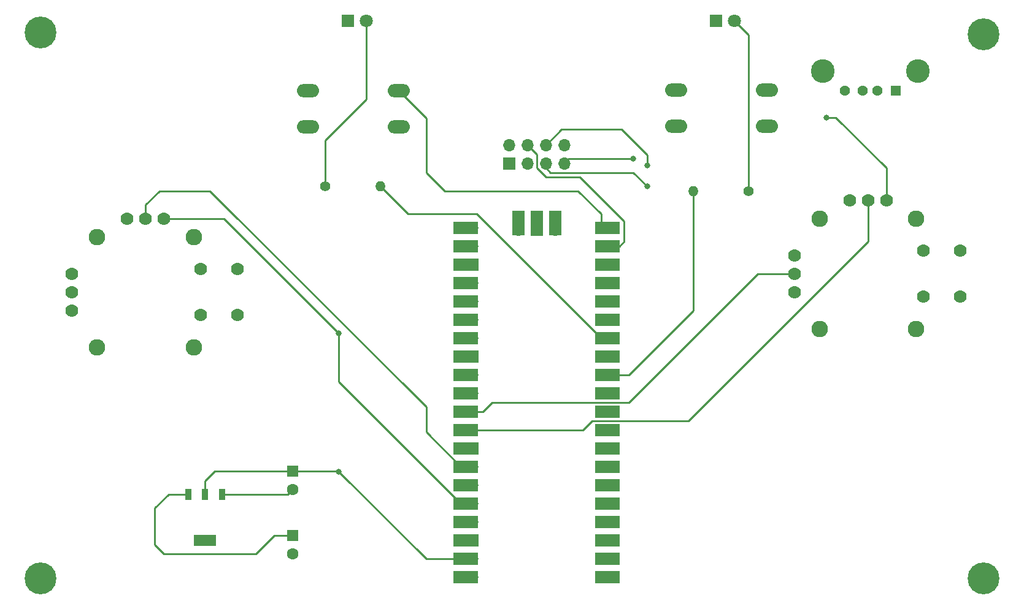
<source format=gbr>
%TF.GenerationSoftware,KiCad,Pcbnew,(5.1.10-1-10_14)*%
%TF.CreationDate,2021-10-16T18:12:32-04:00*%
%TF.ProjectId,Controller_V1,436f6e74-726f-46c6-9c65-725f56312e6b,rev?*%
%TF.SameCoordinates,Original*%
%TF.FileFunction,Copper,L1,Top*%
%TF.FilePolarity,Positive*%
%FSLAX46Y46*%
G04 Gerber Fmt 4.6, Leading zero omitted, Abs format (unit mm)*
G04 Created by KiCad (PCBNEW (5.1.10-1-10_14)) date 2021-10-16 18:12:32*
%MOMM*%
%LPD*%
G01*
G04 APERTURE LIST*
%TA.AperFunction,ComponentPad*%
%ADD10C,4.400000*%
%TD*%
%TA.AperFunction,ComponentPad*%
%ADD11O,3.048000X1.850000*%
%TD*%
%TA.AperFunction,ComponentPad*%
%ADD12O,1.400000X1.400000*%
%TD*%
%TA.AperFunction,ComponentPad*%
%ADD13C,1.400000*%
%TD*%
%TA.AperFunction,ComponentPad*%
%ADD14C,3.276000*%
%TD*%
%TA.AperFunction,ComponentPad*%
%ADD15C,1.428000*%
%TD*%
%TA.AperFunction,ComponentPad*%
%ADD16R,1.428000X1.428000*%
%TD*%
%TA.AperFunction,ComponentPad*%
%ADD17C,1.800000*%
%TD*%
%TA.AperFunction,ComponentPad*%
%ADD18R,1.800000X1.800000*%
%TD*%
%TA.AperFunction,ComponentPad*%
%ADD19O,1.700000X1.700000*%
%TD*%
%TA.AperFunction,SMDPad,CuDef*%
%ADD20R,1.700000X3.500000*%
%TD*%
%TA.AperFunction,ComponentPad*%
%ADD21R,1.700000X1.700000*%
%TD*%
%TA.AperFunction,SMDPad,CuDef*%
%ADD22R,3.500000X1.700000*%
%TD*%
%TA.AperFunction,SMDPad,CuDef*%
%ADD23R,3.098800X1.600200*%
%TD*%
%TA.AperFunction,SMDPad,CuDef*%
%ADD24R,0.838200X1.600200*%
%TD*%
%TA.AperFunction,ComponentPad*%
%ADD25C,1.600000*%
%TD*%
%TA.AperFunction,ComponentPad*%
%ADD26R,1.600000X1.600000*%
%TD*%
%TA.AperFunction,ComponentPad*%
%ADD27C,1.778000*%
%TD*%
%TA.AperFunction,ComponentPad*%
%ADD28C,2.286000*%
%TD*%
%TA.AperFunction,ViaPad*%
%ADD29C,0.800000*%
%TD*%
%TA.AperFunction,Conductor*%
%ADD30C,0.250000*%
%TD*%
G04 APERTURE END LIST*
D10*
%TO.P,H4,1*%
%TO.N,N/C*%
X106197400Y-132867400D03*
%TD*%
%TO.P,e,1*%
%TO.N,N/C*%
X106146600Y-57480200D03*
%TD*%
%TO.P,He,1*%
%TO.N,N/C*%
X236321600Y-132918200D03*
%TD*%
%TO.P,He,1*%
%TO.N,N/C*%
X236321600Y-57708800D03*
%TD*%
D11*
%TO.P,SW2,*%
%TO.N,*%
X193875000Y-70405000D03*
%TO.P,SW2,1*%
%TO.N,GP16*%
X193875000Y-65405000D03*
%TO.P,SW2,2*%
%TO.N,+3V3*%
X206375000Y-70405000D03*
%TO.P,SW2,*%
%TO.N,*%
X206375000Y-65405000D03*
%TD*%
%TO.P,SW1,2*%
%TO.N,+3V3*%
X143075000Y-70485000D03*
%TO.P,SW1,*%
%TO.N,*%
X143075000Y-65485000D03*
X155575000Y-70485000D03*
%TO.P,SW1,1*%
%TO.N,GP15*%
X155575000Y-65485000D03*
%TD*%
D12*
%TO.P,R2,2*%
%TO.N,GP09*%
X196215000Y-79375000D03*
D13*
%TO.P,R2,1*%
%TO.N,Net-(D2-Pad2)*%
X203835000Y-79375000D03*
%TD*%
D12*
%TO.P,R1,2*%
%TO.N,GP10*%
X153035000Y-78740000D03*
D13*
%TO.P,R1,1*%
%TO.N,Net-(D1-Pad2)*%
X145415000Y-78740000D03*
%TD*%
D14*
%TO.P,J2,S2*%
%TO.N,Net-(J2-PadS1)*%
X214088400Y-62788800D03*
%TO.P,J2,S1*%
X227228400Y-62788800D03*
D15*
%TO.P,J2,4*%
%TO.N,GND*%
X217158400Y-65498800D03*
%TO.P,J2,3*%
%TO.N,Net-(J2-Pad3)*%
X219658400Y-65498800D03*
%TO.P,J2,2*%
%TO.N,Net-(J2-Pad2)*%
X221658400Y-65498800D03*
D16*
%TO.P,J2,1*%
%TO.N,+5V*%
X224158400Y-65498800D03*
%TD*%
D17*
%TO.P,D2,2*%
%TO.N,Net-(D2-Pad2)*%
X201930000Y-55880000D03*
D18*
%TO.P,D2,1*%
%TO.N,GND*%
X199390000Y-55880000D03*
%TD*%
D17*
%TO.P,D1,2*%
%TO.N,Net-(D1-Pad2)*%
X151130000Y-55880000D03*
D18*
%TO.P,D1,1*%
%TO.N,GND*%
X148590000Y-55880000D03*
%TD*%
D19*
%TO.P,U2,43*%
%TO.N,Net-(U2-Pad43)*%
X172085000Y-84685000D03*
D20*
X172085000Y-83785000D03*
D21*
%TO.P,U2,42*%
%TO.N,Net-(U2-Pad42)*%
X174625000Y-84685000D03*
D20*
X174625000Y-83785000D03*
D19*
%TO.P,U2,41*%
%TO.N,Net-(U2-Pad41)*%
X177165000Y-84685000D03*
D20*
X177165000Y-83785000D03*
D22*
%TO.P,U2,21*%
%TO.N,GP16*%
X164835000Y-84455000D03*
%TO.P,U2,22*%
%TO.N,GP17*%
X164835000Y-86995000D03*
%TO.P,U2,23*%
%TO.N,Net-(U2-Pad23)*%
X164835000Y-89535000D03*
%TO.P,U2,24*%
%TO.N,Net-(U2-Pad24)*%
X164835000Y-92075000D03*
%TO.P,U2,25*%
%TO.N,Net-(U2-Pad25)*%
X164835000Y-94615000D03*
%TO.P,U2,26*%
%TO.N,Net-(U2-Pad26)*%
X164835000Y-97155000D03*
%TO.P,U2,27*%
%TO.N,Net-(U2-Pad27)*%
X164835000Y-99695000D03*
%TO.P,U2,28*%
%TO.N,Net-(U2-Pad28)*%
X164835000Y-102235000D03*
%TO.P,U2,29*%
%TO.N,Net-(U2-Pad29)*%
X164835000Y-104775000D03*
%TO.P,U2,30*%
%TO.N,Net-(U2-Pad30)*%
X164835000Y-107315000D03*
%TO.P,U2,31*%
%TO.N,GP26*%
X164835000Y-109855000D03*
%TO.P,U2,32*%
%TO.N,GP27*%
X164835000Y-112395000D03*
%TO.P,U2,33*%
%TO.N,Net-(U2-Pad33)*%
X164835000Y-114935000D03*
%TO.P,U2,34*%
%TO.N,GP28*%
X164835000Y-117475000D03*
%TO.P,U2,35*%
%TO.N,Net-(U2-Pad35)*%
X164835000Y-120015000D03*
%TO.P,U2,36*%
%TO.N,+3V3*%
X164835000Y-122555000D03*
%TO.P,U2,37*%
%TO.N,Net-(U2-Pad37)*%
X164835000Y-125095000D03*
%TO.P,U2,38*%
%TO.N,GND*%
X164835000Y-127635000D03*
%TO.P,U2,39*%
%TO.N,+3.3VA*%
X164835000Y-130175000D03*
%TO.P,U2,40*%
%TO.N,Net-(U2-Pad40)*%
X164835000Y-132715000D03*
%TO.P,U2,20*%
%TO.N,GP15*%
X184415000Y-84455000D03*
%TO.P,U2,19*%
%TO.N,GP14*%
X184415000Y-86995000D03*
%TO.P,U2,18*%
%TO.N,Net-(U2-Pad18)*%
X184415000Y-89535000D03*
%TO.P,U2,17*%
%TO.N,Net-(U2-Pad17)*%
X184415000Y-92075000D03*
%TO.P,U2,16*%
%TO.N,Net-(U2-Pad16)*%
X184415000Y-94615000D03*
%TO.P,U2,15*%
%TO.N,Net-(U2-Pad15)*%
X184415000Y-97155000D03*
%TO.P,U2,14*%
%TO.N,GP10*%
X184415000Y-99695000D03*
%TO.P,U2,13*%
%TO.N,Net-(U2-Pad13)*%
X184415000Y-102235000D03*
%TO.P,U2,12*%
%TO.N,GP09*%
X184415000Y-104775000D03*
%TO.P,U2,11*%
%TO.N,Net-(U2-Pad11)*%
X184415000Y-107315000D03*
%TO.P,U2,10*%
%TO.N,GP07*%
X184415000Y-109855000D03*
%TO.P,U2,9*%
%TO.N,GP06*%
X184415000Y-112395000D03*
%TO.P,U2,8*%
%TO.N,Net-(U2-Pad8)*%
X184415000Y-114935000D03*
%TO.P,U2,7*%
%TO.N,Net-(U2-Pad7)*%
X184415000Y-117475000D03*
%TO.P,U2,6*%
%TO.N,GP04*%
X184415000Y-120015000D03*
%TO.P,U2,5*%
%TO.N,Net-(U2-Pad5)*%
X184415000Y-122555000D03*
%TO.P,U2,4*%
%TO.N,Net-(U2-Pad4)*%
X184415000Y-125095000D03*
%TO.P,U2,3*%
%TO.N,Net-(U2-Pad3)*%
X184415000Y-127635000D03*
%TO.P,U2,2*%
%TO.N,Net-(U2-Pad2)*%
X184415000Y-130175000D03*
%TO.P,U2,1*%
%TO.N,Net-(U2-Pad1)*%
X184415000Y-132715000D03*
D19*
%TO.P,U2,40*%
%TO.N,Net-(U2-Pad40)*%
X165735000Y-132715000D03*
%TO.P,U2,39*%
%TO.N,+3.3VA*%
X165735000Y-130175000D03*
D21*
%TO.P,U2,38*%
%TO.N,GND*%
X165735000Y-127635000D03*
D19*
%TO.P,U2,37*%
%TO.N,Net-(U2-Pad37)*%
X165735000Y-125095000D03*
%TO.P,U2,36*%
%TO.N,+3V3*%
X165735000Y-122555000D03*
%TO.P,U2,35*%
%TO.N,Net-(U2-Pad35)*%
X165735000Y-120015000D03*
%TO.P,U2,34*%
%TO.N,GP28*%
X165735000Y-117475000D03*
D21*
%TO.P,U2,33*%
%TO.N,Net-(U2-Pad33)*%
X165735000Y-114935000D03*
D19*
%TO.P,U2,32*%
%TO.N,GP27*%
X165735000Y-112395000D03*
%TO.P,U2,31*%
%TO.N,GP26*%
X165735000Y-109855000D03*
%TO.P,U2,30*%
%TO.N,Net-(U2-Pad30)*%
X165735000Y-107315000D03*
%TO.P,U2,29*%
%TO.N,Net-(U2-Pad29)*%
X165735000Y-104775000D03*
D21*
%TO.P,U2,28*%
%TO.N,Net-(U2-Pad28)*%
X165735000Y-102235000D03*
D19*
%TO.P,U2,27*%
%TO.N,Net-(U2-Pad27)*%
X165735000Y-99695000D03*
%TO.P,U2,26*%
%TO.N,Net-(U2-Pad26)*%
X165735000Y-97155000D03*
%TO.P,U2,25*%
%TO.N,Net-(U2-Pad25)*%
X165735000Y-94615000D03*
%TO.P,U2,24*%
%TO.N,Net-(U2-Pad24)*%
X165735000Y-92075000D03*
D21*
%TO.P,U2,23*%
%TO.N,Net-(U2-Pad23)*%
X165735000Y-89535000D03*
D19*
%TO.P,U2,22*%
%TO.N,GP17*%
X165735000Y-86995000D03*
%TO.P,U2,21*%
%TO.N,GP16*%
X165735000Y-84455000D03*
%TO.P,U2,20*%
%TO.N,GP15*%
X183515000Y-84455000D03*
%TO.P,U2,19*%
%TO.N,GP14*%
X183515000Y-86995000D03*
D21*
%TO.P,U2,18*%
%TO.N,Net-(U2-Pad18)*%
X183515000Y-89535000D03*
D19*
%TO.P,U2,17*%
%TO.N,Net-(U2-Pad17)*%
X183515000Y-92075000D03*
%TO.P,U2,16*%
%TO.N,Net-(U2-Pad16)*%
X183515000Y-94615000D03*
%TO.P,U2,15*%
%TO.N,Net-(U2-Pad15)*%
X183515000Y-97155000D03*
%TO.P,U2,14*%
%TO.N,GP10*%
X183515000Y-99695000D03*
D21*
%TO.P,U2,13*%
%TO.N,Net-(U2-Pad13)*%
X183515000Y-102235000D03*
D19*
%TO.P,U2,12*%
%TO.N,GP09*%
X183515000Y-104775000D03*
%TO.P,U2,11*%
%TO.N,Net-(U2-Pad11)*%
X183515000Y-107315000D03*
%TO.P,U2,10*%
%TO.N,GP07*%
X183515000Y-109855000D03*
%TO.P,U2,9*%
%TO.N,GP06*%
X183515000Y-112395000D03*
D21*
%TO.P,U2,8*%
%TO.N,Net-(U2-Pad8)*%
X183515000Y-114935000D03*
D19*
%TO.P,U2,7*%
%TO.N,Net-(U2-Pad7)*%
X183515000Y-117475000D03*
%TO.P,U2,6*%
%TO.N,GP04*%
X183515000Y-120015000D03*
%TO.P,U2,5*%
%TO.N,Net-(U2-Pad5)*%
X183515000Y-122555000D03*
%TO.P,U2,4*%
%TO.N,Net-(U2-Pad4)*%
X183515000Y-125095000D03*
D21*
%TO.P,U2,3*%
%TO.N,Net-(U2-Pad3)*%
X183515000Y-127635000D03*
D19*
%TO.P,U2,2*%
%TO.N,Net-(U2-Pad2)*%
X183515000Y-130175000D03*
%TO.P,U2,1*%
%TO.N,Net-(U2-Pad1)*%
X183515000Y-132715000D03*
%TD*%
D23*
%TO.P,VR1,4*%
%TO.N,N/C*%
X128879600Y-127660400D03*
D24*
%TO.P,VR1,3*%
%TO.N,+5V*%
X126568200Y-121259600D03*
%TO.P,VR1,2*%
%TO.N,+3.3VA*%
X128879600Y-121259600D03*
%TO.P,VR1,1*%
%TO.N,GND*%
X131191000Y-121259600D03*
%TD*%
D25*
%TO.P,C2,2*%
%TO.N,GND*%
X140970000Y-120610000D03*
D26*
%TO.P,C2,1*%
%TO.N,+3.3VA*%
X140970000Y-118110000D03*
%TD*%
D25*
%TO.P,C1,2*%
%TO.N,GND*%
X140970000Y-129500000D03*
D26*
%TO.P,C1,1*%
%TO.N,+5V*%
X140970000Y-127000000D03*
%TD*%
D27*
%TO.P,U3,V3*%
%TO.N,GND*%
X217805000Y-80645000D03*
%TO.P,U3,V2*%
%TO.N,GP27*%
X220345000Y-80645000D03*
%TO.P,U3,V1*%
%TO.N,+3V3*%
X222885000Y-80645000D03*
D28*
%TO.P,U3,S4*%
%TO.N,Net-(U3-PadS1)*%
X227012500Y-98425000D03*
%TO.P,U3,S3*%
X213677500Y-98425000D03*
%TO.P,U3,S2*%
X213677500Y-83185000D03*
%TO.P,U3,S1*%
X227012500Y-83185000D03*
D27*
%TO.P,U3,H3*%
%TO.N,GND*%
X210185000Y-93345000D03*
%TO.P,U3,H2*%
%TO.N,GP26*%
X210185000Y-90805000D03*
%TO.P,U3,H1*%
%TO.N,+3V3*%
X210185000Y-88265000D03*
%TO.P,U3,B2B*%
%TO.N,N/C*%
X227965000Y-93980000D03*
%TO.P,U3,B2A*%
%TO.N,Net-(U3-PadB2A)*%
X227965000Y-87630000D03*
%TO.P,U3,B1B*%
%TO.N,N/C*%
X233045000Y-93980000D03*
%TO.P,U3,B1A*%
%TO.N,Net-(U3-PadB1A)*%
X233045000Y-87630000D03*
%TD*%
%TO.P,U1,V3*%
%TO.N,GND*%
X118110000Y-83185000D03*
%TO.P,U1,V2*%
%TO.N,GP28*%
X120650000Y-83185000D03*
%TO.P,U1,V1*%
%TO.N,+3V3*%
X123190000Y-83185000D03*
D28*
%TO.P,U1,S4*%
%TO.N,Net-(U1-PadS1)*%
X127317500Y-100965000D03*
%TO.P,U1,S3*%
X113982500Y-100965000D03*
%TO.P,U1,S2*%
X113982500Y-85725000D03*
%TO.P,U1,S1*%
X127317500Y-85725000D03*
D27*
%TO.P,U1,H3*%
%TO.N,Net-(U1-PadH3)*%
X110490000Y-95885000D03*
%TO.P,U1,H2*%
%TO.N,Net-(U1-PadH2)*%
X110490000Y-93345000D03*
%TO.P,U1,H1*%
%TO.N,Net-(U1-PadH1)*%
X110490000Y-90805000D03*
%TO.P,U1,B2B*%
%TO.N,N/C*%
X128270000Y-96520000D03*
%TO.P,U1,B2A*%
%TO.N,Net-(U1-PadB2A)*%
X128270000Y-90170000D03*
%TO.P,U1,B1B*%
%TO.N,N/C*%
X133350000Y-96520000D03*
%TO.P,U1,B1A*%
%TO.N,Net-(U1-PadB1A)*%
X133350000Y-90170000D03*
%TD*%
D19*
%TO.P,J1,8*%
%TO.N,Net-(J1-Pad8)*%
X178435000Y-73025000D03*
%TO.P,J1,7*%
%TO.N,GP04*%
X178435000Y-75565000D03*
%TO.P,J1,6*%
%TO.N,GP07*%
X175895000Y-73025000D03*
%TO.P,J1,5*%
%TO.N,GP06*%
X175895000Y-75565000D03*
%TO.P,J1,4*%
%TO.N,GP14*%
X173355000Y-73025000D03*
%TO.P,J1,3*%
%TO.N,GP17*%
X173355000Y-75565000D03*
%TO.P,J1,2*%
%TO.N,+3.3VA*%
X170815000Y-73025000D03*
D21*
%TO.P,J1,1*%
%TO.N,GND*%
X170815000Y-75565000D03*
%TD*%
D29*
%TO.N,GP07*%
X189865009Y-75819009D03*
%TO.N,GP04*%
X187960000Y-74930000D03*
%TO.N,GP06*%
X189865010Y-78740000D03*
%TO.N,+3V3*%
X147320000Y-99060000D03*
X214630000Y-69215000D03*
%TO.N,+3.3VA*%
X147332700Y-118122700D03*
%TD*%
D30*
%TO.N,GP07*%
X175895000Y-72390000D02*
X175895000Y-73025000D01*
X189865009Y-75819009D02*
X189865009Y-74422009D01*
X189865009Y-74422009D02*
X186309000Y-70866000D01*
X178054000Y-70866000D02*
X175895000Y-73025000D01*
X186309000Y-70866000D02*
X178054000Y-70866000D01*
%TO.N,GP04*%
X179070000Y-74930000D02*
X178435000Y-75565000D01*
X187960000Y-74930000D02*
X179070000Y-74930000D01*
%TO.N,GP06*%
X187960000Y-76835000D02*
X189865000Y-78740000D01*
X176530000Y-76835000D02*
X187960000Y-76835000D01*
X189865000Y-78740000D02*
X189865010Y-78740000D01*
X175895000Y-76200000D02*
X176530000Y-76835000D01*
X175895000Y-75565000D02*
X175895000Y-76200000D01*
%TO.N,GP14*%
X174625000Y-76201411D02*
X174625000Y-74295000D01*
X183515000Y-86995000D02*
X186055000Y-86995000D01*
X186055000Y-86995000D02*
X186690000Y-86360000D01*
X180615002Y-77470000D02*
X175893589Y-77470000D01*
X186690000Y-86360000D02*
X186690000Y-83544998D01*
X186690000Y-83544998D02*
X180615002Y-77470000D01*
X175893589Y-77470000D02*
X174625000Y-76201411D01*
X174625000Y-74295000D02*
X173355000Y-73025000D01*
%TO.N,+3V3*%
X123190000Y-83185000D02*
X131445000Y-83185000D01*
X131445000Y-83185000D02*
X147320000Y-99060000D01*
X147320000Y-99060000D02*
X147320000Y-99060000D01*
X214630000Y-69215000D02*
X215900000Y-69215000D01*
X222885000Y-76200000D02*
X222885000Y-80645000D01*
X215900000Y-69215000D02*
X222885000Y-76200000D01*
X147320000Y-105685002D02*
X147320000Y-99060000D01*
X164189998Y-122555000D02*
X147320000Y-105685002D01*
X165735000Y-122555000D02*
X164189998Y-122555000D01*
%TO.N,GND*%
X140320400Y-121259600D02*
X140970000Y-120610000D01*
X131191000Y-121259600D02*
X140320400Y-121259600D01*
%TO.N,GP28*%
X164189998Y-117475000D02*
X165735000Y-117475000D01*
X129540000Y-79375000D02*
X159385000Y-109220000D01*
X159385000Y-109220000D02*
X159385000Y-112670002D01*
X122555000Y-79375000D02*
X129540000Y-79375000D01*
X159385000Y-112670002D02*
X164189998Y-117475000D01*
X120650000Y-81280000D02*
X122555000Y-79375000D01*
X120650000Y-83185000D02*
X120650000Y-81280000D01*
%TO.N,GP27*%
X220345000Y-86360000D02*
X220345000Y-80645000D01*
X195580000Y-111125000D02*
X220345000Y-86360000D01*
X182245000Y-111125000D02*
X195580000Y-111125000D01*
X180975000Y-112395000D02*
X182245000Y-111125000D01*
X165735000Y-112395000D02*
X180975000Y-112395000D01*
%TO.N,GP26*%
X187325000Y-108585000D02*
X168464998Y-108585000D01*
X205105000Y-90805000D02*
X187325000Y-108585000D01*
X167194998Y-109855000D02*
X165735000Y-109855000D01*
X168464998Y-108585000D02*
X167194998Y-109855000D01*
X210185000Y-90805000D02*
X205105000Y-90805000D01*
%TO.N,+5V*%
X135890000Y-129540000D02*
X138430000Y-127000000D01*
X121920000Y-128270000D02*
X123190000Y-129540000D01*
X123190000Y-129540000D02*
X135890000Y-129540000D01*
X138430000Y-127000000D02*
X140970000Y-127000000D01*
X121920000Y-123190000D02*
X121920000Y-128270000D01*
X123850400Y-121259600D02*
X121920000Y-123190000D01*
X126568200Y-121259600D02*
X123850400Y-121259600D01*
%TO.N,GP15*%
X183515000Y-84455000D02*
X183515000Y-82550000D01*
X183515000Y-82550000D02*
X180340000Y-79375000D01*
X180340000Y-79375000D02*
X161925000Y-79375000D01*
X161925000Y-79375000D02*
X159385000Y-76835000D01*
X159385000Y-69295000D02*
X155575000Y-65485000D01*
X159385000Y-76835000D02*
X159385000Y-69295000D01*
%TO.N,GP10*%
X156845000Y-82550000D02*
X153035000Y-78740000D01*
X166370000Y-82550000D02*
X156845000Y-82550000D01*
X183515000Y-99695000D02*
X166370000Y-82550000D01*
%TO.N,GP09*%
X196215000Y-95885000D02*
X196215000Y-79375000D01*
X187325000Y-104775000D02*
X196215000Y-95885000D01*
X183515000Y-104775000D02*
X187325000Y-104775000D01*
%TO.N,Net-(D1-Pad2)*%
X145415000Y-78740000D02*
X145415000Y-72390000D01*
X151130000Y-66675000D02*
X151130000Y-55880000D01*
X145415000Y-72390000D02*
X151130000Y-66675000D01*
%TO.N,Net-(D2-Pad2)*%
X203835000Y-57785000D02*
X201930000Y-55880000D01*
X203835000Y-79375000D02*
X203835000Y-57785000D01*
%TO.N,+3.3VA*%
X128879600Y-121259600D02*
X128879600Y-119405400D01*
X130175000Y-118110000D02*
X140970000Y-118110000D01*
X128879600Y-119405400D02*
X130175000Y-118110000D01*
X140970000Y-118110000D02*
X147320000Y-118110000D01*
X159385000Y-130175000D02*
X165735000Y-130175000D01*
X147320000Y-118110000D02*
X147332700Y-118122700D01*
X147332700Y-118122700D02*
X159385000Y-130175000D01*
%TD*%
M02*

</source>
